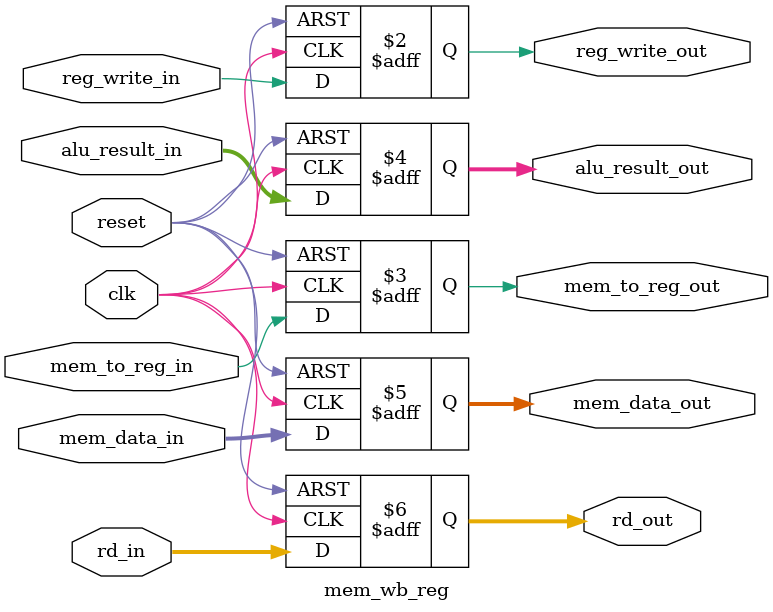
<source format=v>
module if_id_reg(
    input clk, input reset, input if_id_write, input flush,
    input [31:0] pc_in, input [31:0] instr_in,
    output reg [31:0] pc_out, output reg [31:0] instr_out
);
    always @(posedge clk or posedge reset) begin
        if (reset) begin pc_out <= 0; instr_out <= 0; end
        else if (flush) begin pc_out <= 0; instr_out <= 32'h00000013; end
        else if (if_id_write) begin pc_out <= pc_in; instr_out <= instr_in; end
    end
endmodule


module id_ex_reg(
    input clk, input reset, input flush,
    input reg_write_in, input mem_to_reg_in, input mem_read_in,
    input mem_write_in, input alu_src_in, input [1:0] alu_op_in,
    input branch_in, input is_vector_in,  // novo
    input [31:0] pc_in, input [31:0] read_data1_in, input [31:0] read_data2_in,
    input [31:0] imm_in, input [4:0] rs1_in, input [4:0] rs2_in,
    input [4:0] rd_in, input [2:0] funct3_in, input [6:0] funct7_in,
    output reg reg_write_out, output reg mem_to_reg_out, output reg mem_read_out,
    output reg mem_write_out, output reg alu_src_out, output reg [1:0] alu_op_out,
    output reg branch_out, output reg is_vector_out,  // novo
    output reg [31:0] pc_out, output reg [31:0] read_data1_out,
    output reg [31:0] read_data2_out, output reg [31:0] imm_out,
    output reg [4:0] rs1_out, output reg [4:0] rs2_out, output reg [4:0] rd_out,
    output reg [2:0] funct3_out, output reg [6:0] funct7_out
);
    always @(posedge clk or posedge reset) begin
        if (reset) begin
            reg_write_out <= 0; mem_to_reg_out <= 0; mem_read_out <= 0;
            mem_write_out <= 0; alu_src_out <= 0; alu_op_out <= 0;
            branch_out <= 0; is_vector_out <= 0;
            pc_out <= 0; read_data1_out <= 0; read_data2_out <= 0;
            imm_out <= 0; rs1_out <= 0; rs2_out <= 0; rd_out <= 0;
            funct3_out <= 0; funct7_out <= 0;
        end else if (flush) begin
            reg_write_out <= 0; mem_to_reg_out <= 0; mem_read_out <= 0;
            mem_write_out <= 0; alu_src_out <= 0; alu_op_out <= 0;
            branch_out <= 0; is_vector_out <= 0;
            pc_out <= pc_in; read_data1_out <= 0; read_data2_out <= 0;
            imm_out <= 0; rs1_out <= 0; rs2_out <= 0; rd_out <= 0;
            funct3_out <= 0; funct7_out <= 0;
        end else begin
            reg_write_out <= reg_write_in; mem_to_reg_out <= mem_to_reg_in;
            mem_read_out <= mem_read_in; mem_write_out <= mem_write_in;
            alu_src_out <= alu_src_in; alu_op_out <= alu_op_in;
            branch_out <= branch_in; is_vector_out <= is_vector_in;
            pc_out <= pc_in; read_data1_out <= read_data1_in;
            read_data2_out <= read_data2_in; imm_out <= imm_in;
            rs1_out <= rs1_in; rs2_out <= rs2_in; rd_out <= rd_in;
            funct3_out <= funct3_in; funct7_out <= funct7_in;
        end
    end
endmodule

// ex_mem_reg.v - Registrador entre EX e MEM
module ex_mem_reg(
    input clk, 
    input reset,
    // Sinais de controle
    input reg_write_in, 
    input mem_to_reg_in, 
    input mem_read_in, 
    input mem_write_in,
    input branch_in,
    input [31:0] alu_result_in, 
    input [31:0] write_data_in, 
    input [4:0] rd_in,
    input [4:0] rs1_in,
    input [4:0] rs2_in,
    
    output reg reg_write_out, 
    output reg mem_to_reg_out, 
    output reg mem_read_out, 
    output reg mem_write_out,
    output reg branch_out,
    output reg [31:0] alu_result_out,
    output reg [31:0] write_data_out, 
    output reg [4:0] rd_out,
    output reg [4:0] rs1_out,
    output reg [4:0] rs2_out
);
    always @(posedge clk or posedge reset) begin
        if (reset) begin
            reg_write_out <= 0; mem_to_reg_out <= 0; mem_read_out <= 0;
            mem_write_out <= 0; branch_out <= 0;                     
            alu_result_out <= 0; write_data_out <= 0; 
            rd_out <= 0; rs1_out <= 0; rs2_out <= 0;                 
        end else begin
            reg_write_out <= reg_write_in; 
            mem_to_reg_out <= mem_to_reg_in;
            mem_read_out <= mem_read_in; 
            mem_write_out <= mem_write_in;
            branch_out <= branch_in;                                 
            alu_result_out <= alu_result_in; 
            write_data_out <= write_data_in;
            rd_out <= rd_in;
            rs1_out <= rs1_in; rs2_out <= rs2_in;                    
        end
    end
endmodule

// mem_wb_reg.v - Registrador entre MEM e WB
module mem_wb_reg(
    input clk, input reset,
    input reg_write_in, input mem_to_reg_in,
    input [31:0] alu_result_in, input [31:0] mem_data_in, input [4:0] rd_in,
    output reg reg_write_out, output reg mem_to_reg_out,
    output reg [31:0] alu_result_out, output reg [31:0] mem_data_out,
    output reg [4:0] rd_out
);
    always @(posedge clk or posedge reset) begin
        if (reset) begin
            reg_write_out <= 0; mem_to_reg_out <= 0;
            alu_result_out <= 0; mem_data_out <= 0; rd_out <= 0;
        end else begin
            reg_write_out <= reg_write_in; mem_to_reg_out <= mem_to_reg_in;
            alu_result_out <= alu_result_in; mem_data_out <= mem_data_in;
            rd_out <= rd_in;
        end
    end
endmodule
</source>
